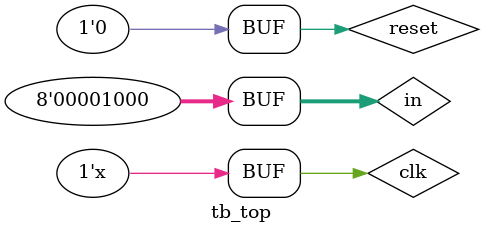
<source format=v>
`timescale 1ns / 1ps


module tb_top;

    // Inputs
    reg        clk;
    reg  [7:0] in;
    reg        reset;

    // Outputs
    wire       done;

    // Instantiate the Unit Under Test (UUT)
    top_module uut (
        .clk  (clk),
        .in   (in),
        .reset(reset),
        .done (done)
    );

    initial begin
        // Initialize Inputs
        clk   = 1;
        reset = 1;
		in	  = 0;
        #9;
        reset = 0;
        #1;
        in[3] = 0;#10;

        in[3] = 0;#10;
        in[3] = 0;#10;
        in[3] = 1;#10;
        in[3] = 0;#10;
        in[3] = 0;#10;
        in[3] = 1;#10;
        in[3] = 0;#10;
        in[3] = 0;#10;
		
        in[3] = 1;#10;
    end
    always #5 clk = ~clk;
endmodule


</source>
